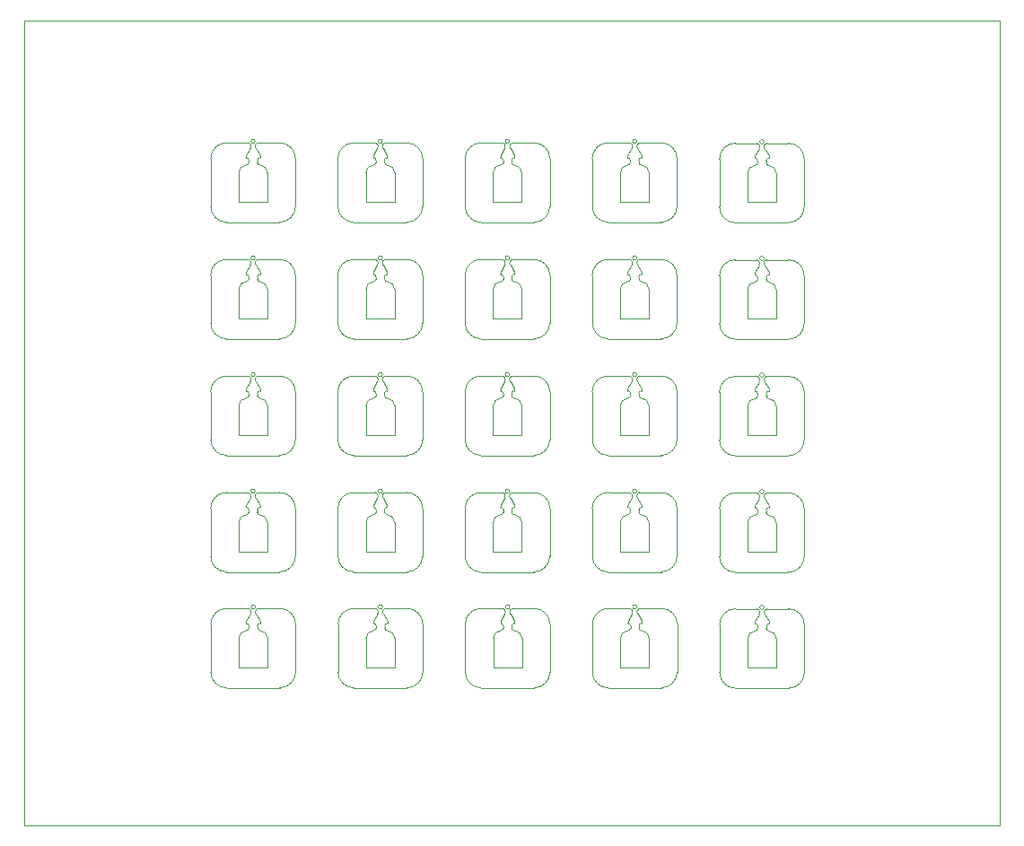
<source format=gm1>
%TF.GenerationSoftware,KiCad,Pcbnew,(6.0.0)*%
%TF.CreationDate,2022-12-07T10:36:55-05:00*%
%TF.ProjectId,onix-coax-adapter-xfl-a_panel,6f6e6978-2d63-46f6-9178-2d6164617074,A*%
%TF.SameCoordinates,Original*%
%TF.FileFunction,Profile,NP*%
%FSLAX46Y46*%
G04 Gerber Fmt 4.6, Leading zero omitted, Abs format (unit mm)*
G04 Created by KiCad (PCBNEW (6.0.0)) date 2022-12-07 10:36:55*
%MOMM*%
%LPD*%
G01*
G04 APERTURE LIST*
%TA.AperFunction,Profile*%
%ADD10C,0.050000*%
%TD*%
G04 APERTURE END LIST*
D10*
X157396000Y-64232000D02*
X157396000Y-66984081D01*
X194946000Y-94764081D02*
G75*
G03*
X195019223Y-94940856I249996J0D01*
G01*
X197260659Y-105350000D02*
X195210000Y-105352081D01*
X156260659Y-112850000D02*
X161260659Y-112850000D01*
X170472777Y-61940856D02*
X170096000Y-62564081D01*
X206096000Y-96552082D02*
G75*
G03*
X205396000Y-97270000I18126J-717897D01*
G01*
X182560000Y-105702081D02*
G75*
G03*
X182310000Y-105352081I-369998J1D01*
G01*
X205396000Y-78022081D02*
X208096000Y-78022081D01*
X171196000Y-61414081D02*
G75*
G03*
X170946000Y-61764081I120002J-350001D01*
G01*
X168246659Y-61412000D02*
G75*
G03*
X166746659Y-62912000I1J-1500001D01*
G01*
X193396000Y-88984081D02*
X196096000Y-88984081D01*
X183396000Y-95814081D02*
G75*
G03*
X183146000Y-96064081I-1J-249999D01*
G01*
X197246659Y-90912000D02*
G75*
G03*
X198746659Y-89412000I-1J1500001D01*
G01*
X158096000Y-63514082D02*
G75*
G03*
X157396000Y-64232000I18126J-717897D01*
G01*
X183410000Y-106752081D02*
X183410000Y-106502081D01*
X190760659Y-111350000D02*
G75*
G03*
X192260659Y-112850000I1500001J1D01*
G01*
X195196000Y-83414081D02*
G75*
G03*
X194946000Y-83764081I120002J-350001D01*
G01*
X193396000Y-77984081D02*
X196096000Y-77984081D01*
X170472777Y-83940856D02*
X170096000Y-84564081D01*
X160096000Y-99984081D02*
X160096000Y-97232000D01*
X157396000Y-77984081D02*
X160096000Y-77984081D01*
X202746659Y-84950000D02*
X202746659Y-89450000D01*
X173246659Y-72412000D02*
X171196000Y-72414081D01*
X184095999Y-64232000D02*
G75*
G03*
X183396000Y-63514081I-718149J-1D01*
G01*
X206346000Y-74102081D02*
X206346000Y-74302081D01*
X206110000Y-107490082D02*
G75*
G03*
X205410000Y-108208000I18126J-717897D01*
G01*
X197246659Y-72412000D02*
X195196000Y-72414081D01*
X194096000Y-62564081D02*
X194096000Y-62814081D01*
X158946000Y-94284081D02*
G75*
G03*
X158946000Y-94284081I-200000J0D01*
G01*
X178746659Y-84912000D02*
X178746659Y-89412000D01*
X198746659Y-84912000D02*
G75*
G03*
X197246659Y-83412000I-1500001J-1D01*
G01*
X162760659Y-111350000D02*
X162760659Y-106850000D01*
X183396000Y-62814081D02*
X183396000Y-62564081D01*
X158472777Y-83940856D02*
X158096000Y-84564081D01*
X183396000Y-95564081D02*
X183019223Y-94940856D01*
X174746659Y-95912000D02*
G75*
G03*
X173246659Y-94412000I-1500001J-1D01*
G01*
X198746659Y-78412000D02*
X198746659Y-73912000D01*
X182296000Y-83414081D02*
X180246659Y-83412000D01*
X182310000Y-105352081D02*
X180260659Y-105350000D01*
X160109999Y-108170000D02*
G75*
G03*
X159410000Y-107452081I-718149J-1D01*
G01*
X197246659Y-79912000D02*
G75*
G03*
X198746659Y-78412000I-1J1500001D01*
G01*
X184095999Y-97232000D02*
G75*
G03*
X183396000Y-96514081I-718149J-1D01*
G01*
X159410000Y-106752081D02*
G75*
G03*
X159160000Y-107002081I-1J-249999D01*
G01*
X168246659Y-83412000D02*
G75*
G03*
X166746659Y-84912000I1J-1500001D01*
G01*
X169396000Y-97232000D02*
X169396000Y-99984081D01*
X160095999Y-75232000D02*
G75*
G03*
X159396000Y-74514081I-718149J-1D01*
G01*
X162746659Y-84912000D02*
G75*
G03*
X161246659Y-83412000I-1500001J-1D01*
G01*
X178746659Y-78412000D02*
G75*
G03*
X180246659Y-79912000I1500001J1D01*
G01*
X205396000Y-75270000D02*
X205396000Y-78022081D01*
X182486777Y-105878856D02*
X182110000Y-106502081D01*
X192246659Y-72412000D02*
G75*
G03*
X190746659Y-73912000I1J-1500001D01*
G01*
X182346000Y-74064081D02*
X182346000Y-74264081D01*
X170946000Y-72284081D02*
G75*
G03*
X170946000Y-72284081I-200000J0D01*
G01*
X183196000Y-72414081D02*
G75*
G03*
X182946000Y-72764081I120002J-350001D01*
G01*
X206096000Y-95602081D02*
X206096000Y-95852081D01*
X209246659Y-101950000D02*
G75*
G03*
X210746659Y-100450000I-1J1500001D01*
G01*
X205396000Y-67022081D02*
X208096000Y-67022081D01*
X170096000Y-73564081D02*
X170096000Y-73814081D01*
X159396000Y-95564081D02*
X159019223Y-94940856D01*
X154746659Y-62912000D02*
X154746659Y-67412000D01*
X154746659Y-78412000D02*
G75*
G03*
X156246659Y-79912000I1500001J1D01*
G01*
X182360000Y-107002081D02*
X182360000Y-107202081D01*
X156260659Y-105350000D02*
G75*
G03*
X154760659Y-106850000I1J-1500001D01*
G01*
X170546000Y-83764081D02*
G75*
G03*
X170296000Y-83414081I-369998J1D01*
G01*
X184095999Y-75232000D02*
G75*
G03*
X183396000Y-74514081I-718149J-1D01*
G01*
X209246659Y-61450000D02*
X207196000Y-61452081D01*
X171396000Y-84814081D02*
G75*
G03*
X171146000Y-85064081I-1J-249999D01*
G01*
X159396000Y-73564081D02*
X159019223Y-72940856D01*
X157396000Y-99984081D02*
X160096000Y-99984081D01*
X184096000Y-77984081D02*
X184096000Y-75232000D01*
X207146000Y-63302081D02*
G75*
G03*
X207396000Y-63552081I249999J-1D01*
G01*
X170346000Y-85064081D02*
G75*
G03*
X170096000Y-84814081I-249999J1D01*
G01*
X206946000Y-83802081D02*
G75*
G03*
X207019223Y-83978856I249996J0D01*
G01*
X181396000Y-64232000D02*
X181396000Y-66984081D01*
X170096000Y-74514082D02*
G75*
G03*
X169396000Y-75232000I18126J-717897D01*
G01*
X168246659Y-68912000D02*
X173246659Y-68912000D01*
X204246659Y-90950000D02*
X209246659Y-90950000D01*
X194360000Y-107002081D02*
X194360000Y-107202081D01*
X159410000Y-106752081D02*
X159410000Y-106502081D01*
X182096000Y-85514081D02*
G75*
G03*
X182346000Y-85264081I1J249999D01*
G01*
X194472777Y-94940856D02*
X194096000Y-95564081D01*
X171146000Y-85264081D02*
X171146000Y-85064081D01*
X180246659Y-101912000D02*
X185246659Y-101912000D01*
X195396000Y-84814081D02*
X195396000Y-84564081D01*
X173246659Y-79912000D02*
G75*
G03*
X174746659Y-78412000I-1J1500001D01*
G01*
X202760659Y-106888000D02*
X202760659Y-111388000D01*
X158110000Y-107452081D02*
G75*
G03*
X158360000Y-107202081I1J249999D01*
G01*
X194560000Y-105702081D02*
G75*
G03*
X194310000Y-105352081I-369998J1D01*
G01*
X182096000Y-95564081D02*
X182096000Y-95814081D01*
X194096000Y-85514081D02*
G75*
G03*
X194346000Y-85264081I1J249999D01*
G01*
X195396000Y-95814081D02*
G75*
G03*
X195146000Y-96064081I-1J-249999D01*
G01*
X206360000Y-107040081D02*
X206360000Y-107240081D01*
X174746659Y-84912000D02*
G75*
G03*
X173246659Y-83412000I-1500001J-1D01*
G01*
X194346000Y-74064081D02*
G75*
G03*
X194096000Y-73814081I-249999J1D01*
G01*
X195396000Y-62814081D02*
G75*
G03*
X195146000Y-63064081I-1J-249999D01*
G01*
X183146000Y-63264081D02*
G75*
G03*
X183396000Y-63514081I249999J-1D01*
G01*
X205396000Y-97270000D02*
X205396000Y-100022081D01*
X195396000Y-95814081D02*
X195396000Y-95564081D01*
X195146000Y-74264081D02*
X195146000Y-74064081D01*
X161260659Y-105350000D02*
X159210000Y-105352081D01*
X195396000Y-73564081D02*
X195019223Y-72940856D01*
X195160000Y-107202081D02*
X195160000Y-107002081D01*
X194946000Y-72764081D02*
G75*
G03*
X195019223Y-72940856I249996J0D01*
G01*
X171146000Y-96264081D02*
X171146000Y-96064081D01*
X198746659Y-62912000D02*
G75*
G03*
X197246659Y-61412000I-1500001J-1D01*
G01*
X178746659Y-73912000D02*
X178746659Y-78412000D01*
X210746659Y-78450000D02*
X210746659Y-73950000D01*
X183146000Y-74264081D02*
G75*
G03*
X183396000Y-74514081I249999J-1D01*
G01*
X206486777Y-105916856D02*
G75*
G03*
X206560000Y-105740081I-176773J176775D01*
G01*
X170472777Y-61940856D02*
G75*
G03*
X170546000Y-61764081I-176773J176775D01*
G01*
X158346000Y-96064081D02*
X158346000Y-96264081D01*
X194960000Y-105222081D02*
G75*
G03*
X194960000Y-105222081I-200000J0D01*
G01*
X180246659Y-61412000D02*
G75*
G03*
X178746659Y-62912000I1J-1500001D01*
G01*
X170946000Y-72764081D02*
G75*
G03*
X171019223Y-72940856I249996J0D01*
G01*
X169396000Y-88984081D02*
X172096000Y-88984081D01*
X158096000Y-95564081D02*
X158096000Y-95814081D01*
X160096000Y-66984081D02*
X160096000Y-64232000D01*
X202746659Y-73950000D02*
X202746659Y-78450000D01*
X161260659Y-112850000D02*
G75*
G03*
X162760659Y-111350000I-1J1500001D01*
G01*
X190746659Y-67412000D02*
G75*
G03*
X192246659Y-68912000I1500001J1D01*
G01*
X171210000Y-105352081D02*
G75*
G03*
X170960000Y-105702081I120002J-350001D01*
G01*
X137200000Y-49850000D02*
X229200000Y-49850000D01*
X229200000Y-49850000D02*
X229200000Y-125850000D01*
X229200000Y-125850000D02*
X137200000Y-125850000D01*
X137200000Y-125850000D02*
X137200000Y-49850000D01*
X183396000Y-62564081D02*
X183019223Y-61940856D01*
X169396000Y-66984081D02*
X172096000Y-66984081D01*
X156246659Y-79912000D02*
X161246659Y-79912000D01*
X169396000Y-86232000D02*
X169396000Y-88984081D01*
X207146000Y-85302081D02*
X207146000Y-85102081D01*
X170296000Y-94414081D02*
X168246659Y-94412000D01*
X158296000Y-83414081D02*
X156246659Y-83412000D01*
X204246659Y-83450000D02*
G75*
G03*
X202746659Y-84950000I1J-1500001D01*
G01*
X186746659Y-100412000D02*
X186746659Y-95912000D01*
X207396000Y-84602081D02*
X207019223Y-83978856D01*
X162746659Y-95912000D02*
G75*
G03*
X161246659Y-94412000I-1500001J-1D01*
G01*
X158296000Y-72414081D02*
X156246659Y-72412000D01*
X207396000Y-73852081D02*
X207396000Y-73602081D01*
X158096000Y-62564081D02*
X158096000Y-62814081D01*
X156246659Y-94412000D02*
G75*
G03*
X154746659Y-95912000I1J-1500001D01*
G01*
X195410000Y-106752081D02*
X195410000Y-106502081D01*
X159396000Y-84814081D02*
G75*
G03*
X159146000Y-85064081I-1J-249999D01*
G01*
X210746659Y-62950000D02*
G75*
G03*
X209246659Y-61450000I-1500001J-1D01*
G01*
X190746659Y-84912000D02*
X190746659Y-89412000D01*
X174746659Y-78412000D02*
X174746659Y-73912000D01*
X173246659Y-94412000D02*
X171196000Y-94414081D01*
X158346000Y-96064081D02*
G75*
G03*
X158096000Y-95814081I-249999J1D01*
G01*
X158096000Y-63514081D02*
G75*
G03*
X158346000Y-63264081I1J249999D01*
G01*
X209246659Y-79950000D02*
G75*
G03*
X210746659Y-78450000I-1J1500001D01*
G01*
X206110000Y-106540081D02*
X206110000Y-106790081D01*
X210746659Y-84950000D02*
G75*
G03*
X209246659Y-83450000I-1500001J-1D01*
G01*
X170096000Y-95564081D02*
X170096000Y-95814081D01*
X174746659Y-67412000D02*
X174746659Y-62912000D01*
X170346000Y-96064081D02*
X170346000Y-96264081D01*
X183146000Y-74264081D02*
X183146000Y-74064081D01*
X206472777Y-83978856D02*
G75*
G03*
X206546000Y-83802081I-176773J176775D01*
G01*
X154746659Y-100412000D02*
G75*
G03*
X156246659Y-101912000I1500001J1D01*
G01*
X170472777Y-72940856D02*
G75*
G03*
X170546000Y-72764081I-176773J176775D01*
G01*
X206960000Y-105740081D02*
G75*
G03*
X207033223Y-105916856I249996J0D01*
G01*
X196096000Y-77984081D02*
X196096000Y-75232000D01*
X195196000Y-72414081D02*
G75*
G03*
X194946000Y-72764081I120002J-350001D01*
G01*
X194310000Y-105352081D02*
X192260659Y-105350000D01*
X156246659Y-83412000D02*
G75*
G03*
X154746659Y-84912000I1J-1500001D01*
G01*
X158110000Y-107452082D02*
G75*
G03*
X157410000Y-108170000I18126J-717897D01*
G01*
X196095999Y-75232000D02*
G75*
G03*
X195396000Y-74514081I-718149J-1D01*
G01*
X210746659Y-89450000D02*
X210746659Y-84950000D01*
X158346000Y-85064081D02*
G75*
G03*
X158096000Y-84814081I-249999J1D01*
G01*
X180260659Y-112850000D02*
X185260659Y-112850000D01*
X160096000Y-77984081D02*
X160096000Y-75232000D01*
X194346000Y-85064081D02*
X194346000Y-85264081D01*
X194486777Y-105878856D02*
X194110000Y-106502081D01*
X170946000Y-61764081D02*
G75*
G03*
X171019223Y-61940856I249996J0D01*
G01*
X192246659Y-79912000D02*
X197246659Y-79912000D01*
X181396000Y-99984081D02*
X184096000Y-99984081D01*
X195146000Y-74264081D02*
G75*
G03*
X195396000Y-74514081I249999J-1D01*
G01*
X193396000Y-64232000D02*
X193396000Y-66984081D01*
X169396000Y-99984081D02*
X172096000Y-99984081D01*
X170472777Y-94940856D02*
G75*
G03*
X170546000Y-94764081I-176773J176775D01*
G01*
X169396000Y-77984081D02*
X172096000Y-77984081D01*
X196096000Y-99984081D02*
X196096000Y-97232000D01*
X209246659Y-90950000D02*
G75*
G03*
X210746659Y-89450000I-1J1500001D01*
G01*
X159210000Y-105352081D02*
G75*
G03*
X158960000Y-105702081I120002J-350001D01*
G01*
X157396000Y-97232000D02*
X157396000Y-99984081D01*
X158946000Y-94764081D02*
G75*
G03*
X159019223Y-94940856I249996J0D01*
G01*
X194110000Y-107452082D02*
G75*
G03*
X193410000Y-108170000I18126J-717897D01*
G01*
X159396000Y-95814081D02*
X159396000Y-95564081D01*
X156246659Y-61412000D02*
G75*
G03*
X154746659Y-62912000I1J-1500001D01*
G01*
X159410000Y-106502081D02*
X159033223Y-105878856D01*
X170310000Y-105352081D02*
X168260659Y-105350000D01*
X206472777Y-94978856D02*
G75*
G03*
X206546000Y-94802081I-176773J176775D01*
G01*
X206546000Y-61802081D02*
G75*
G03*
X206296000Y-61452081I-369998J1D01*
G01*
X206096000Y-73602081D02*
X206096000Y-73852081D01*
X159396000Y-62814081D02*
G75*
G03*
X159146000Y-63064081I-1J-249999D01*
G01*
X166746659Y-73912000D02*
X166746659Y-78412000D01*
X196096000Y-88984081D02*
X196096000Y-86232000D01*
X194346000Y-96064081D02*
G75*
G03*
X194096000Y-95814081I-249999J1D01*
G01*
X204246659Y-79950000D02*
X209246659Y-79950000D01*
X158472777Y-61940856D02*
G75*
G03*
X158546000Y-61764081I-176773J176775D01*
G01*
X194096000Y-85514082D02*
G75*
G03*
X193396000Y-86232000I18126J-717897D01*
G01*
X170296000Y-83414081D02*
X168246659Y-83412000D01*
X206960000Y-105260081D02*
G75*
G03*
X206960000Y-105260081I-200000J0D01*
G01*
X210746659Y-73950000D02*
G75*
G03*
X209246659Y-72450000I-1500001J-1D01*
G01*
X185260659Y-105350000D02*
X183210000Y-105352081D01*
X157396000Y-75232000D02*
X157396000Y-77984081D01*
X158296000Y-61414081D02*
X156246659Y-61412000D01*
X194110000Y-107452081D02*
G75*
G03*
X194360000Y-107202081I1J249999D01*
G01*
X184095999Y-86232000D02*
G75*
G03*
X183396000Y-85514081I-718149J-1D01*
G01*
X182946000Y-94284081D02*
G75*
G03*
X182946000Y-94284081I-200000J0D01*
G01*
X202746659Y-67450000D02*
G75*
G03*
X204246659Y-68950000I1500001J1D01*
G01*
X172109999Y-108170000D02*
G75*
G03*
X171410000Y-107452081I-718149J-1D01*
G01*
X192246659Y-94412000D02*
G75*
G03*
X190746659Y-95912000I1J-1500001D01*
G01*
X204246659Y-61450000D02*
G75*
G03*
X202746659Y-62950000I1J-1500001D01*
G01*
X207396000Y-73852081D02*
G75*
G03*
X207146000Y-74102081I-1J-249999D01*
G01*
X158472777Y-94940856D02*
X158096000Y-95564081D01*
X194096000Y-74514082D02*
G75*
G03*
X193396000Y-75232000I18126J-717897D01*
G01*
X198760659Y-106850000D02*
G75*
G03*
X197260659Y-105350000I-1500001J-1D01*
G01*
X172096000Y-66984081D02*
X172096000Y-64232000D01*
X206472777Y-72978856D02*
G75*
G03*
X206546000Y-72802081I-176773J176775D01*
G01*
X182346000Y-85064081D02*
X182346000Y-85264081D01*
X168260659Y-105350000D02*
G75*
G03*
X166760659Y-106850000I1J-1500001D01*
G01*
X182346000Y-63064081D02*
G75*
G03*
X182096000Y-62814081I-249999J1D01*
G01*
X154746659Y-84912000D02*
X154746659Y-89412000D01*
X170096000Y-84564081D02*
X170096000Y-84814081D01*
X182096000Y-96514082D02*
G75*
G03*
X181396000Y-97232000I18126J-717897D01*
G01*
X158560000Y-105702081D02*
G75*
G03*
X158310000Y-105352081I-369998J1D01*
G01*
X206346000Y-85102081D02*
X206346000Y-85302081D01*
X158096000Y-73564081D02*
X158096000Y-73814081D01*
X210760659Y-106888000D02*
G75*
G03*
X209260659Y-105388000I-1500001J-1D01*
G01*
X194110000Y-106502081D02*
X194110000Y-106752081D01*
X183160000Y-107202081D02*
G75*
G03*
X183410000Y-107452081I249999J-1D01*
G01*
X206360000Y-107040081D02*
G75*
G03*
X206110000Y-106790081I-249999J1D01*
G01*
X208096000Y-67022081D02*
X208096000Y-64270000D01*
X207160000Y-107240081D02*
X207160000Y-107040081D01*
X156246659Y-101912000D02*
X161246659Y-101912000D01*
X204246659Y-68950000D02*
X209246659Y-68950000D01*
X206096000Y-63552082D02*
G75*
G03*
X205396000Y-64270000I18126J-717897D01*
G01*
X162746659Y-67412000D02*
X162746659Y-62912000D01*
X207146000Y-74302081D02*
G75*
G03*
X207396000Y-74552081I249999J-1D01*
G01*
X171196000Y-72414081D02*
G75*
G03*
X170946000Y-72764081I120002J-350001D01*
G01*
X172095999Y-64232000D02*
G75*
G03*
X171396000Y-63514081I-718149J-1D01*
G01*
X186746659Y-95912000D02*
G75*
G03*
X185246659Y-94412000I-1500001J-1D01*
G01*
X171396000Y-73564081D02*
X171019223Y-72940856D01*
X195410000Y-106502081D02*
X195033223Y-105878856D01*
X171396000Y-62814081D02*
X171396000Y-62564081D01*
X182096000Y-63514082D02*
G75*
G03*
X181396000Y-64232000I18126J-717897D01*
G01*
X206472777Y-61978856D02*
G75*
G03*
X206546000Y-61802081I-176773J176775D01*
G01*
X209246659Y-72450000D02*
X207196000Y-72452081D01*
X170096000Y-74514081D02*
G75*
G03*
X170346000Y-74264081I1J249999D01*
G01*
X160095999Y-86232000D02*
G75*
G03*
X159396000Y-85514081I-718149J-1D01*
G01*
X170486777Y-105878856D02*
X170110000Y-106502081D01*
X158486777Y-105878856D02*
G75*
G03*
X158560000Y-105702081I-176773J176775D01*
G01*
X171146000Y-74264081D02*
G75*
G03*
X171396000Y-74514081I249999J-1D01*
G01*
X161246659Y-94412000D02*
X159196000Y-94414081D01*
X157396000Y-66984081D02*
X160096000Y-66984081D01*
X195210000Y-105352081D02*
G75*
G03*
X194960000Y-105702081I120002J-350001D01*
G01*
X182472777Y-72940856D02*
X182096000Y-73564081D01*
X181410000Y-108170000D02*
X181410000Y-110922081D01*
X171146000Y-96264081D02*
G75*
G03*
X171396000Y-96514081I249999J-1D01*
G01*
X206346000Y-63102081D02*
X206346000Y-63302081D01*
X182472777Y-83940856D02*
X182096000Y-84564081D01*
X170472777Y-94940856D02*
X170096000Y-95564081D01*
X180246659Y-94412000D02*
G75*
G03*
X178746659Y-95912000I1J-1500001D01*
G01*
X193396000Y-75232000D02*
X193396000Y-77984081D01*
X192260659Y-105350000D02*
G75*
G03*
X190760659Y-106850000I1J-1500001D01*
G01*
X170486777Y-105878856D02*
G75*
G03*
X170560000Y-105702081I-176773J176775D01*
G01*
X209246659Y-94450000D02*
X207196000Y-94452081D01*
X195146000Y-85264081D02*
X195146000Y-85064081D01*
X166760659Y-111350000D02*
G75*
G03*
X168260659Y-112850000I1500001J1D01*
G01*
X186760659Y-111350000D02*
X186760659Y-106850000D01*
X182110000Y-107452082D02*
G75*
G03*
X181410000Y-108170000I18126J-717897D01*
G01*
X206296000Y-61452081D02*
X204246659Y-61450000D01*
X158472777Y-94940856D02*
G75*
G03*
X158546000Y-94764081I-176773J176775D01*
G01*
X182946000Y-72764081D02*
G75*
G03*
X183019223Y-72940856I249996J0D01*
G01*
X182346000Y-96064081D02*
G75*
G03*
X182096000Y-95814081I-249999J1D01*
G01*
X171196000Y-94414081D02*
G75*
G03*
X170946000Y-94764081I120002J-350001D01*
G01*
X195396000Y-62814081D02*
X195396000Y-62564081D01*
X182946000Y-83764081D02*
G75*
G03*
X183019223Y-83940856I249996J0D01*
G01*
X206546000Y-72802081D02*
G75*
G03*
X206296000Y-72452081I-369998J1D01*
G01*
X183396000Y-95814081D02*
X183396000Y-95564081D01*
X190746659Y-62912000D02*
X190746659Y-67412000D01*
X159396000Y-73814081D02*
G75*
G03*
X159146000Y-74064081I-1J-249999D01*
G01*
X195396000Y-73814081D02*
G75*
G03*
X195146000Y-74064081I-1J-249999D01*
G01*
X181396000Y-77984081D02*
X184096000Y-77984081D01*
X159146000Y-63264081D02*
X159146000Y-63064081D01*
X183396000Y-73814081D02*
X183396000Y-73564081D01*
X206346000Y-85102081D02*
G75*
G03*
X206096000Y-84852081I-249999J1D01*
G01*
X198746659Y-67412000D02*
X198746659Y-62912000D01*
X195160000Y-107202081D02*
G75*
G03*
X195410000Y-107452081I249999J-1D01*
G01*
X162760659Y-106850000D02*
G75*
G03*
X161260659Y-105350000I-1500001J-1D01*
G01*
X171410000Y-106752081D02*
X171410000Y-106502081D01*
X171160000Y-107202081D02*
G75*
G03*
X171410000Y-107452081I249999J-1D01*
G01*
X194946000Y-94284081D02*
G75*
G03*
X194946000Y-94284081I-200000J0D01*
G01*
X194472777Y-94940856D02*
G75*
G03*
X194546000Y-94764081I-176773J176775D01*
G01*
X185246659Y-83412000D02*
X183196000Y-83414081D01*
X170110000Y-107452081D02*
G75*
G03*
X170360000Y-107202081I1J249999D01*
G01*
X183146000Y-63264081D02*
X183146000Y-63064081D01*
X166746659Y-78412000D02*
G75*
G03*
X168246659Y-79912000I1500001J1D01*
G01*
X183146000Y-85264081D02*
G75*
G03*
X183396000Y-85514081I249999J-1D01*
G01*
X192246659Y-90912000D02*
X197246659Y-90912000D01*
X194346000Y-63064081D02*
G75*
G03*
X194096000Y-62814081I-249999J1D01*
G01*
X170110000Y-106502081D02*
X170110000Y-106752081D01*
X173246659Y-101912000D02*
G75*
G03*
X174746659Y-100412000I-1J1500001D01*
G01*
X206946000Y-83322081D02*
G75*
G03*
X206946000Y-83322081I-200000J0D01*
G01*
X182096000Y-62564081D02*
X182096000Y-62814081D01*
X180246659Y-68912000D02*
X185246659Y-68912000D01*
X194472777Y-61940856D02*
X194096000Y-62564081D01*
X195146000Y-63264081D02*
G75*
G03*
X195396000Y-63514081I249999J-1D01*
G01*
X195396000Y-84814081D02*
G75*
G03*
X195146000Y-85064081I-1J-249999D01*
G01*
X186746659Y-73912000D02*
G75*
G03*
X185246659Y-72412000I-1500001J-1D01*
G01*
X161246659Y-83412000D02*
X159196000Y-83414081D01*
X170946000Y-61284081D02*
G75*
G03*
X170946000Y-61284081I-200000J0D01*
G01*
X206096000Y-85552081D02*
G75*
G03*
X206346000Y-85302081I1J249999D01*
G01*
X162746659Y-89412000D02*
X162746659Y-84912000D01*
X171146000Y-63264081D02*
G75*
G03*
X171396000Y-63514081I249999J-1D01*
G01*
X209246659Y-83450000D02*
X207196000Y-83452081D01*
X194946000Y-83764081D02*
G75*
G03*
X195019223Y-83940856I249996J0D01*
G01*
X194096000Y-96514082D02*
G75*
G03*
X193396000Y-97232000I18126J-717897D01*
G01*
X206296000Y-94452081D02*
X204246659Y-94450000D01*
X157410000Y-108170000D02*
X157410000Y-110922081D01*
X161246659Y-101912000D02*
G75*
G03*
X162746659Y-100412000I-1J1500001D01*
G01*
X158310000Y-105352081D02*
X156260659Y-105350000D01*
X182360000Y-107002081D02*
G75*
G03*
X182110000Y-106752081I-249999J1D01*
G01*
X159160000Y-107202081D02*
X159160000Y-107002081D01*
X197246659Y-83412000D02*
X195196000Y-83414081D01*
X184096000Y-99984081D02*
X184096000Y-97232000D01*
X159146000Y-96264081D02*
X159146000Y-96064081D01*
X207196000Y-94452081D02*
G75*
G03*
X206946000Y-94802081I120002J-350001D01*
G01*
X182096000Y-73564081D02*
X182096000Y-73814081D01*
X195410000Y-106752081D02*
G75*
G03*
X195160000Y-107002081I-1J-249999D01*
G01*
X206472777Y-83978856D02*
X206096000Y-84602081D01*
X168260659Y-112850000D02*
X173260659Y-112850000D01*
X184110000Y-110922081D02*
X184110000Y-108170000D01*
X158946000Y-83284081D02*
G75*
G03*
X158946000Y-83284081I-200000J0D01*
G01*
X196110000Y-110922081D02*
X196110000Y-108170000D01*
X171396000Y-95564081D02*
X171019223Y-94940856D01*
X182546000Y-94764081D02*
G75*
G03*
X182296000Y-94414081I-369998J1D01*
G01*
X206946000Y-61322081D02*
G75*
G03*
X206946000Y-61322081I-200000J0D01*
G01*
X183410000Y-106502081D02*
X183033223Y-105878856D01*
X182096000Y-96514081D02*
G75*
G03*
X182346000Y-96264081I1J249999D01*
G01*
X202746659Y-100450000D02*
G75*
G03*
X204246659Y-101950000I1500001J1D01*
G01*
X207396000Y-62852081D02*
X207396000Y-62602081D01*
X194546000Y-72764081D02*
G75*
G03*
X194296000Y-72414081I-369998J1D01*
G01*
X194360000Y-107002081D02*
G75*
G03*
X194110000Y-106752081I-249999J1D01*
G01*
X197246659Y-68912000D02*
G75*
G03*
X198746659Y-67412000I-1J1500001D01*
G01*
X204246659Y-72450000D02*
G75*
G03*
X202746659Y-73950000I1J-1500001D01*
G01*
X161246659Y-90912000D02*
G75*
G03*
X162746659Y-89412000I-1J1500001D01*
G01*
X206946000Y-61802081D02*
G75*
G03*
X207019223Y-61978856I249996J0D01*
G01*
X194096000Y-63514081D02*
G75*
G03*
X194346000Y-63264081I1J249999D01*
G01*
X154760659Y-106850000D02*
X154760659Y-111350000D01*
X154746659Y-73912000D02*
X154746659Y-78412000D01*
X206346000Y-63102081D02*
G75*
G03*
X206096000Y-62852081I-249999J1D01*
G01*
X210746659Y-95950000D02*
G75*
G03*
X209246659Y-94450000I-1500001J-1D01*
G01*
X158296000Y-94414081D02*
X156246659Y-94412000D01*
X160110000Y-110922081D02*
X160110000Y-108170000D01*
X207196000Y-83452081D02*
G75*
G03*
X206946000Y-83802081I120002J-350001D01*
G01*
X184109999Y-108170000D02*
G75*
G03*
X183410000Y-107452081I-718149J-1D01*
G01*
X170096000Y-96514081D02*
G75*
G03*
X170346000Y-96264081I1J249999D01*
G01*
X190760659Y-106850000D02*
X190760659Y-111350000D01*
X158110000Y-106502081D02*
X158110000Y-106752081D01*
X207146000Y-63302081D02*
X207146000Y-63102081D01*
X183396000Y-84814081D02*
G75*
G03*
X183146000Y-85064081I-1J-249999D01*
G01*
X204246659Y-101950000D02*
X209246659Y-101950000D01*
X210760659Y-111388000D02*
X210760659Y-106888000D01*
X205410000Y-108208000D02*
X205410000Y-110960081D01*
X178746659Y-62912000D02*
X178746659Y-67412000D01*
X202760659Y-111388000D02*
G75*
G03*
X204260659Y-112888000I1500001J1D01*
G01*
X171396000Y-95814081D02*
G75*
G03*
X171146000Y-96064081I-1J-249999D01*
G01*
X204246659Y-94450000D02*
G75*
G03*
X202746659Y-95950000I1J-1500001D01*
G01*
X162746659Y-100412000D02*
X162746659Y-95912000D01*
X174746659Y-62912000D02*
G75*
G03*
X173246659Y-61412000I-1500001J-1D01*
G01*
X208096000Y-89022081D02*
X208096000Y-86270000D01*
X194946000Y-83284081D02*
G75*
G03*
X194946000Y-83284081I-200000J0D01*
G01*
X166746659Y-67412000D02*
G75*
G03*
X168246659Y-68912000I1500001J1D01*
G01*
X207396000Y-84852081D02*
G75*
G03*
X207146000Y-85102081I-1J-249999D01*
G01*
X170946000Y-83284081D02*
G75*
G03*
X170946000Y-83284081I-200000J0D01*
G01*
X207160000Y-107240081D02*
G75*
G03*
X207410000Y-107490081I249999J-1D01*
G01*
X182472777Y-83940856D02*
G75*
G03*
X182546000Y-83764081I-176773J176775D01*
G01*
X186746659Y-89412000D02*
X186746659Y-84912000D01*
X162746659Y-62912000D02*
G75*
G03*
X161246659Y-61412000I-1500001J-1D01*
G01*
X186746659Y-67412000D02*
X186746659Y-62912000D01*
X182960000Y-105702081D02*
G75*
G03*
X183033223Y-105878856I249996J0D01*
G01*
X182096000Y-63514081D02*
G75*
G03*
X182346000Y-63264081I1J249999D01*
G01*
X160095999Y-97232000D02*
G75*
G03*
X159396000Y-96514081I-718149J-1D01*
G01*
X195396000Y-62564081D02*
X195019223Y-61940856D01*
X158346000Y-74064081D02*
X158346000Y-74264081D01*
X159396000Y-62564081D02*
X159019223Y-61940856D01*
X182296000Y-72414081D02*
X180246659Y-72412000D01*
X166746659Y-62912000D02*
X166746659Y-67412000D01*
X170946000Y-94764081D02*
G75*
G03*
X171019223Y-94940856I249996J0D01*
G01*
X158960000Y-105222081D02*
G75*
G03*
X158960000Y-105222081I-200000J0D01*
G01*
X157396000Y-88984081D02*
X160096000Y-88984081D01*
X185260659Y-112850000D02*
G75*
G03*
X186760659Y-111350000I-1J1500001D01*
G01*
X182946000Y-94764081D02*
G75*
G03*
X183019223Y-94940856I249996J0D01*
G01*
X182960000Y-105222081D02*
G75*
G03*
X182960000Y-105222081I-200000J0D01*
G01*
X185246659Y-79912000D02*
G75*
G03*
X186746659Y-78412000I-1J1500001D01*
G01*
X207410000Y-106790081D02*
X207410000Y-106540081D01*
X195146000Y-63264081D02*
X195146000Y-63064081D01*
X160096000Y-88984081D02*
X160096000Y-86232000D01*
X194472777Y-61940856D02*
G75*
G03*
X194546000Y-61764081I-176773J176775D01*
G01*
X172095999Y-86232000D02*
G75*
G03*
X171396000Y-85514081I-718149J-1D01*
G01*
X207146000Y-74302081D02*
X207146000Y-74102081D01*
X207196000Y-61452081D02*
G75*
G03*
X206946000Y-61802081I120002J-350001D01*
G01*
X185246659Y-94412000D02*
X183196000Y-94414081D01*
X194296000Y-83414081D02*
X192246659Y-83412000D01*
X157410000Y-110922081D02*
X160110000Y-110922081D01*
X182546000Y-72764081D02*
G75*
G03*
X182296000Y-72414081I-369998J1D01*
G01*
X159146000Y-74264081D02*
G75*
G03*
X159396000Y-74514081I249999J-1D01*
G01*
X181396000Y-75232000D02*
X181396000Y-77984081D01*
X158946000Y-61284081D02*
G75*
G03*
X158946000Y-61284081I-200000J0D01*
G01*
X183146000Y-85264081D02*
X183146000Y-85064081D01*
X183196000Y-61414081D02*
G75*
G03*
X182946000Y-61764081I120002J-350001D01*
G01*
X182346000Y-63064081D02*
X182346000Y-63264081D01*
X194346000Y-74064081D02*
X194346000Y-74264081D01*
X171396000Y-62814081D02*
G75*
G03*
X171146000Y-63064081I-1J-249999D01*
G01*
X193396000Y-97232000D02*
X193396000Y-99984081D01*
X161246659Y-61412000D02*
X159196000Y-61414081D01*
X186746659Y-62912000D02*
G75*
G03*
X185246659Y-61412000I-1500001J-1D01*
G01*
X182096000Y-74514081D02*
G75*
G03*
X182346000Y-74264081I1J249999D01*
G01*
X193396000Y-66984081D02*
X196096000Y-66984081D01*
X194096000Y-96514081D02*
G75*
G03*
X194346000Y-96264081I1J249999D01*
G01*
X194546000Y-94764081D02*
G75*
G03*
X194296000Y-94414081I-369998J1D01*
G01*
X205396000Y-64270000D02*
X205396000Y-67022081D01*
X159396000Y-84814081D02*
X159396000Y-84564081D01*
X208110000Y-110960081D02*
X208110000Y-108208000D01*
X171196000Y-83414081D02*
G75*
G03*
X170946000Y-83764081I120002J-350001D01*
G01*
X181396000Y-88984081D02*
X184096000Y-88984081D01*
X186746659Y-78412000D02*
X186746659Y-73912000D01*
X182110000Y-106502081D02*
X182110000Y-106752081D01*
X194296000Y-72414081D02*
X192246659Y-72412000D01*
X196109999Y-108170000D02*
G75*
G03*
X195410000Y-107452081I-718149J-1D01*
G01*
X181410000Y-110922081D02*
X184110000Y-110922081D01*
X194096000Y-63514082D02*
G75*
G03*
X193396000Y-64232000I18126J-717897D01*
G01*
X194546000Y-61764081D02*
G75*
G03*
X194296000Y-61414081I-369998J1D01*
G01*
X204260659Y-112888000D02*
X209260659Y-112888000D01*
X173260659Y-105350000D02*
X171210000Y-105352081D01*
X159396000Y-62814081D02*
X159396000Y-62564081D01*
X157396000Y-86232000D02*
X157396000Y-88984081D01*
X182472777Y-72940856D02*
G75*
G03*
X182546000Y-72764081I-176773J176775D01*
G01*
X184096000Y-66984081D02*
X184096000Y-64232000D01*
X206296000Y-72452081D02*
X204246659Y-72450000D01*
X171146000Y-85264081D02*
G75*
G03*
X171396000Y-85514081I249999J-1D01*
G01*
X195396000Y-84564081D02*
X195019223Y-83940856D01*
X170946000Y-83764081D02*
G75*
G03*
X171019223Y-83940856I249996J0D01*
G01*
X207396000Y-95852081D02*
X207396000Y-95602081D01*
X170096000Y-85514082D02*
G75*
G03*
X169396000Y-86232000I18126J-717897D01*
G01*
X166760659Y-106850000D02*
X166760659Y-111350000D01*
X182096000Y-85514082D02*
G75*
G03*
X181396000Y-86232000I18126J-717897D01*
G01*
X159196000Y-83414081D02*
G75*
G03*
X158946000Y-83764081I120002J-350001D01*
G01*
X194472777Y-72940856D02*
X194096000Y-73564081D01*
X206346000Y-96102081D02*
X206346000Y-96302081D01*
X171410000Y-106752081D02*
G75*
G03*
X171160000Y-107002081I-1J-249999D01*
G01*
X183396000Y-73814081D02*
G75*
G03*
X183146000Y-74064081I-1J-249999D01*
G01*
X156246659Y-68912000D02*
X161246659Y-68912000D01*
X193410000Y-108170000D02*
X193410000Y-110922081D01*
X183396000Y-62814081D02*
G75*
G03*
X183146000Y-63064081I-1J-249999D01*
G01*
X166746659Y-89412000D02*
G75*
G03*
X168246659Y-90912000I1500001J1D01*
G01*
X190746659Y-89412000D02*
G75*
G03*
X192246659Y-90912000I1500001J1D01*
G01*
X158946000Y-72764081D02*
G75*
G03*
X159019223Y-72940856I249996J0D01*
G01*
X168246659Y-101912000D02*
X173246659Y-101912000D01*
X206346000Y-74102081D02*
G75*
G03*
X206096000Y-73852081I-249999J1D01*
G01*
X208095999Y-86270000D02*
G75*
G03*
X207396000Y-85552081I-718149J-1D01*
G01*
X182472777Y-94940856D02*
X182096000Y-95564081D01*
X194472777Y-72940856D02*
G75*
G03*
X194546000Y-72764081I-176773J176775D01*
G01*
X170346000Y-74064081D02*
X170346000Y-74264081D01*
X196095999Y-97232000D02*
G75*
G03*
X195396000Y-96514081I-718149J-1D01*
G01*
X170546000Y-72764081D02*
G75*
G03*
X170296000Y-72414081I-369998J1D01*
G01*
X170096000Y-96514082D02*
G75*
G03*
X169396000Y-97232000I18126J-717897D01*
G01*
X172095999Y-75232000D02*
G75*
G03*
X171396000Y-74514081I-718149J-1D01*
G01*
X170946000Y-94284081D02*
G75*
G03*
X170946000Y-94284081I-200000J0D01*
G01*
X197260659Y-112850000D02*
G75*
G03*
X198760659Y-111350000I-1J1500001D01*
G01*
X161246659Y-72412000D02*
X159196000Y-72414081D01*
X196095999Y-64232000D02*
G75*
G03*
X195396000Y-63514081I-718149J-1D01*
G01*
X170546000Y-61764081D02*
G75*
G03*
X170296000Y-61414081I-369998J1D01*
G01*
X183410000Y-106752081D02*
G75*
G03*
X183160000Y-107002081I-1J-249999D01*
G01*
X158096000Y-84564081D02*
X158096000Y-84814081D01*
X208096000Y-100022081D02*
X208096000Y-97270000D01*
X170096000Y-63514081D02*
G75*
G03*
X170346000Y-63264081I1J249999D01*
G01*
X178746659Y-67412000D02*
G75*
G03*
X180246659Y-68912000I1500001J1D01*
G01*
X185246659Y-61412000D02*
X183196000Y-61414081D01*
X208096000Y-78022081D02*
X208096000Y-75270000D01*
X158096000Y-74514082D02*
G75*
G03*
X157396000Y-75232000I18126J-717897D01*
G01*
X181396000Y-86232000D02*
X181396000Y-88984081D01*
X168246659Y-72412000D02*
G75*
G03*
X166746659Y-73912000I1J-1500001D01*
G01*
X194546000Y-83764081D02*
G75*
G03*
X194296000Y-83414081I-369998J1D01*
G01*
X190746659Y-100412000D02*
G75*
G03*
X192246659Y-101912000I1500001J1D01*
G01*
X181396000Y-66984081D02*
X184096000Y-66984081D01*
X206560000Y-105740081D02*
G75*
G03*
X206310000Y-105390081I-369998J1D01*
G01*
X206472777Y-61978856D02*
X206096000Y-62602081D01*
X207146000Y-96302081D02*
G75*
G03*
X207396000Y-96552081I249999J-1D01*
G01*
X204260659Y-105388000D02*
G75*
G03*
X202760659Y-106888000I1J-1500001D01*
G01*
X170346000Y-96064081D02*
G75*
G03*
X170096000Y-95814081I-249999J1D01*
G01*
X208109999Y-108208000D02*
G75*
G03*
X207410000Y-107490081I-718149J-1D01*
G01*
X178746659Y-95912000D02*
X178746659Y-100412000D01*
X198760659Y-111350000D02*
X198760659Y-106850000D01*
X210746659Y-67450000D02*
X210746659Y-62950000D01*
X209260659Y-112888000D02*
G75*
G03*
X210760659Y-111388000I-1J1500001D01*
G01*
X182096000Y-84564081D02*
X182096000Y-84814081D01*
X172096000Y-77984081D02*
X172096000Y-75232000D01*
X206096000Y-85552082D02*
G75*
G03*
X205396000Y-86270000I18126J-717897D01*
G01*
X194346000Y-96064081D02*
X194346000Y-96264081D01*
X183160000Y-107202081D02*
X183160000Y-107002081D01*
X206296000Y-83452081D02*
X204246659Y-83450000D01*
X206110000Y-107490081D02*
G75*
G03*
X206360000Y-107240081I1J249999D01*
G01*
X154746659Y-89412000D02*
G75*
G03*
X156246659Y-90912000I1500001J1D01*
G01*
X170096000Y-85514081D02*
G75*
G03*
X170346000Y-85264081I1J249999D01*
G01*
X158546000Y-83764081D02*
G75*
G03*
X158296000Y-83414081I-369998J1D01*
G01*
X193410000Y-110922081D02*
X196110000Y-110922081D01*
X169410000Y-110922081D02*
X172110000Y-110922081D01*
X194096000Y-84564081D02*
X194096000Y-84814081D01*
X182472777Y-61940856D02*
X182096000Y-62564081D01*
X207396000Y-62602081D02*
X207019223Y-61978856D01*
X158096000Y-96514082D02*
G75*
G03*
X157396000Y-97232000I18126J-717897D01*
G01*
X166746659Y-84912000D02*
X166746659Y-89412000D01*
X182946000Y-83284081D02*
G75*
G03*
X182946000Y-83284081I-200000J0D01*
G01*
X194946000Y-61764081D02*
G75*
G03*
X195019223Y-61940856I249996J0D01*
G01*
X206946000Y-94802081D02*
G75*
G03*
X207019223Y-94978856I249996J0D01*
G01*
X210746659Y-100450000D02*
X210746659Y-95950000D01*
X170096000Y-63514082D02*
G75*
G03*
X169396000Y-64232000I18126J-717897D01*
G01*
X172110000Y-110922081D02*
X172110000Y-108170000D01*
X178760659Y-111350000D02*
G75*
G03*
X180260659Y-112850000I1500001J1D01*
G01*
X182296000Y-61414081D02*
X180246659Y-61412000D01*
X168246659Y-94412000D02*
G75*
G03*
X166746659Y-95912000I1J-1500001D01*
G01*
X206946000Y-72322081D02*
G75*
G03*
X206946000Y-72322081I-200000J0D01*
G01*
X161246659Y-79912000D02*
G75*
G03*
X162746659Y-78412000I-1J1500001D01*
G01*
X207396000Y-73602081D02*
X207019223Y-72978856D01*
X192246659Y-101912000D02*
X197246659Y-101912000D01*
X182946000Y-61764081D02*
G75*
G03*
X183019223Y-61940856I249996J0D01*
G01*
X171396000Y-73814081D02*
X171396000Y-73564081D01*
X170360000Y-107002081D02*
X170360000Y-107202081D01*
X171146000Y-63264081D02*
X171146000Y-63064081D01*
X158360000Y-107002081D02*
X158360000Y-107202081D01*
X207396000Y-84852081D02*
X207396000Y-84602081D01*
X209246659Y-68950000D02*
G75*
G03*
X210746659Y-67450000I-1J1500001D01*
G01*
X205410000Y-110960081D02*
X208110000Y-110960081D01*
X182346000Y-74064081D02*
G75*
G03*
X182096000Y-73814081I-249999J1D01*
G01*
X195196000Y-61414081D02*
G75*
G03*
X194946000Y-61764081I120002J-350001D01*
G01*
X197246659Y-101912000D02*
G75*
G03*
X198746659Y-100412000I-1J1500001D01*
G01*
X178746659Y-89412000D02*
G75*
G03*
X180246659Y-90912000I1500001J1D01*
G01*
X173246659Y-90912000D02*
G75*
G03*
X174746659Y-89412000I-1J1500001D01*
G01*
X180260659Y-105350000D02*
G75*
G03*
X178760659Y-106850000I1J-1500001D01*
G01*
X195146000Y-96264081D02*
G75*
G03*
X195396000Y-96514081I249999J-1D01*
G01*
X178746659Y-100412000D02*
G75*
G03*
X180246659Y-101912000I1500001J1D01*
G01*
X182472777Y-61940856D02*
G75*
G03*
X182546000Y-61764081I-176773J176775D01*
G01*
X206546000Y-83802081D02*
G75*
G03*
X206296000Y-83452081I-369998J1D01*
G01*
X160095999Y-64232000D02*
G75*
G03*
X159396000Y-63514081I-718149J-1D01*
G01*
X182546000Y-83764081D02*
G75*
G03*
X182296000Y-83414081I-369998J1D01*
G01*
X183396000Y-84564081D02*
X183019223Y-83940856D01*
X158346000Y-63064081D02*
G75*
G03*
X158096000Y-62814081I-249999J1D01*
G01*
X206096000Y-74552082D02*
G75*
G03*
X205396000Y-75270000I18126J-717897D01*
G01*
X207396000Y-95602081D02*
X207019223Y-94978856D01*
X185246659Y-72412000D02*
X183196000Y-72414081D01*
X193396000Y-99984081D02*
X196096000Y-99984081D01*
X159160000Y-107202081D02*
G75*
G03*
X159410000Y-107452081I249999J-1D01*
G01*
X192246659Y-68912000D02*
X197246659Y-68912000D01*
X205396000Y-89022081D02*
X208096000Y-89022081D01*
X190746659Y-73912000D02*
X190746659Y-78412000D01*
X206096000Y-63552081D02*
G75*
G03*
X206346000Y-63302081I1J249999D01*
G01*
X194472777Y-83940856D02*
X194096000Y-84564081D01*
X182110000Y-107452081D02*
G75*
G03*
X182360000Y-107202081I1J249999D01*
G01*
X158472777Y-72940856D02*
X158096000Y-73564081D01*
X206946000Y-94322081D02*
G75*
G03*
X206946000Y-94322081I-200000J0D01*
G01*
X181396000Y-97232000D02*
X181396000Y-99984081D01*
X182296000Y-94414081D02*
X180246659Y-94412000D01*
X186760659Y-106850000D02*
G75*
G03*
X185260659Y-105350000I-1500001J-1D01*
G01*
X183196000Y-94414081D02*
G75*
G03*
X182946000Y-94764081I120002J-350001D01*
G01*
X159396000Y-84564081D02*
X159019223Y-83940856D01*
X158546000Y-61764081D02*
G75*
G03*
X158296000Y-61414081I-369998J1D01*
G01*
X174746659Y-89412000D02*
X174746659Y-84912000D01*
X171396000Y-62564081D02*
X171019223Y-61940856D01*
X192260659Y-112850000D02*
X197260659Y-112850000D01*
X158946000Y-72284081D02*
G75*
G03*
X158946000Y-72284081I-200000J0D01*
G01*
X166746659Y-95912000D02*
X166746659Y-100412000D01*
X172096000Y-88984081D02*
X172096000Y-86232000D01*
X194346000Y-63064081D02*
X194346000Y-63264081D01*
X182096000Y-74514082D02*
G75*
G03*
X181396000Y-75232000I18126J-717897D01*
G01*
X194096000Y-95564081D02*
X194096000Y-95814081D01*
X170360000Y-107002081D02*
G75*
G03*
X170110000Y-106752081I-249999J1D01*
G01*
X171410000Y-106502081D02*
X171033223Y-105878856D01*
X198746659Y-95912000D02*
G75*
G03*
X197246659Y-94412000I-1500001J-1D01*
G01*
X206472777Y-72978856D02*
X206096000Y-73602081D01*
X169396000Y-75232000D02*
X169396000Y-77984081D01*
X182946000Y-72284081D02*
G75*
G03*
X182946000Y-72284081I-200000J0D01*
G01*
X185246659Y-90912000D02*
G75*
G03*
X186746659Y-89412000I-1J1500001D01*
G01*
X195146000Y-85264081D02*
G75*
G03*
X195396000Y-85514081I249999J-1D01*
G01*
X207146000Y-96302081D02*
X207146000Y-96102081D01*
X180246659Y-90912000D02*
X185246659Y-90912000D01*
X195396000Y-95564081D02*
X195019223Y-94940856D01*
X182546000Y-61764081D02*
G75*
G03*
X182296000Y-61414081I-369998J1D01*
G01*
X169410000Y-108170000D02*
X169410000Y-110922081D01*
X158546000Y-72764081D02*
G75*
G03*
X158296000Y-72414081I-369998J1D01*
G01*
X169396000Y-64232000D02*
X169396000Y-66984081D01*
X186746659Y-84912000D02*
G75*
G03*
X185246659Y-83412000I-1500001J-1D01*
G01*
X207410000Y-106540081D02*
X207033223Y-105916856D01*
X182486777Y-105878856D02*
G75*
G03*
X182560000Y-105702081I-176773J176775D01*
G01*
X183396000Y-73564081D02*
X183019223Y-72940856D01*
X182346000Y-96064081D02*
X182346000Y-96264081D01*
X207410000Y-106790081D02*
G75*
G03*
X207160000Y-107040081I-1J-249999D01*
G01*
X206472777Y-94978856D02*
X206096000Y-95602081D01*
X197246659Y-94412000D02*
X195196000Y-94414081D01*
X206310000Y-105390081D02*
X204260659Y-105388000D01*
X159146000Y-96264081D02*
G75*
G03*
X159396000Y-96514081I249999J-1D01*
G01*
X159196000Y-94414081D02*
G75*
G03*
X158946000Y-94764081I120002J-350001D01*
G01*
X170296000Y-61414081D02*
X168246659Y-61412000D01*
X196095999Y-86232000D02*
G75*
G03*
X195396000Y-85514081I-718149J-1D01*
G01*
X194296000Y-61414081D02*
X192246659Y-61412000D01*
X173246659Y-68912000D02*
G75*
G03*
X174746659Y-67412000I-1J1500001D01*
G01*
X206346000Y-96102081D02*
G75*
G03*
X206096000Y-95852081I-249999J1D01*
G01*
X194472777Y-83940856D02*
G75*
G03*
X194546000Y-83764081I-176773J176775D01*
G01*
X194346000Y-85064081D02*
G75*
G03*
X194096000Y-84814081I-249999J1D01*
G01*
X159196000Y-72414081D02*
G75*
G03*
X158946000Y-72764081I120002J-350001D01*
G01*
X194296000Y-94414081D02*
X192246659Y-94412000D01*
X168246659Y-79912000D02*
X173246659Y-79912000D01*
X156246659Y-72412000D02*
G75*
G03*
X154746659Y-73912000I1J-1500001D01*
G01*
X171396000Y-73814081D02*
G75*
G03*
X171146000Y-74064081I-1J-249999D01*
G01*
X206096000Y-96552081D02*
G75*
G03*
X206346000Y-96302081I1J249999D01*
G01*
X171396000Y-84814081D02*
X171396000Y-84564081D01*
X159396000Y-95814081D02*
G75*
G03*
X159146000Y-96064081I-1J-249999D01*
G01*
X158946000Y-61764081D02*
G75*
G03*
X159019223Y-61940856I249996J0D01*
G01*
X166746659Y-100412000D02*
G75*
G03*
X168246659Y-101912000I1500001J1D01*
G01*
X170346000Y-85064081D02*
X170346000Y-85264081D01*
X171160000Y-107202081D02*
X171160000Y-107002081D01*
X202746659Y-89450000D02*
G75*
G03*
X204246659Y-90950000I1500001J1D01*
G01*
X194096000Y-73564081D02*
X194096000Y-73814081D01*
X194096000Y-74514081D02*
G75*
G03*
X194346000Y-74264081I1J249999D01*
G01*
X170960000Y-105222081D02*
G75*
G03*
X170960000Y-105222081I-200000J0D01*
G01*
X207396000Y-62852081D02*
G75*
G03*
X207146000Y-63102081I-1J-249999D01*
G01*
X207146000Y-85302081D02*
G75*
G03*
X207396000Y-85552081I249999J-1D01*
G01*
X198746659Y-89412000D02*
X198746659Y-84912000D01*
X207196000Y-72452081D02*
G75*
G03*
X206946000Y-72802081I120002J-350001D01*
G01*
X195396000Y-73814081D02*
X195396000Y-73564081D01*
X170960000Y-105702081D02*
G75*
G03*
X171033223Y-105878856I249996J0D01*
G01*
X170346000Y-63064081D02*
G75*
G03*
X170096000Y-62814081I-249999J1D01*
G01*
X171146000Y-74264081D02*
X171146000Y-74064081D01*
X158546000Y-94764081D02*
G75*
G03*
X158296000Y-94414081I-369998J1D01*
G01*
X171396000Y-84564081D02*
X171019223Y-83940856D01*
X198746659Y-100412000D02*
X198746659Y-95912000D01*
X173246659Y-61412000D02*
X171196000Y-61414081D01*
X178760659Y-106850000D02*
X178760659Y-111350000D01*
X196096000Y-66984081D02*
X196096000Y-64232000D01*
X202746659Y-95950000D02*
X202746659Y-100450000D01*
X158960000Y-105702081D02*
G75*
G03*
X159033223Y-105878856I249996J0D01*
G01*
X158096000Y-96514081D02*
G75*
G03*
X158346000Y-96264081I1J249999D01*
G01*
X194946000Y-72284081D02*
G75*
G03*
X194946000Y-72284081I-200000J0D01*
G01*
X154760659Y-111350000D02*
G75*
G03*
X156260659Y-112850000I1500001J1D01*
G01*
X172096000Y-99984081D02*
X172096000Y-97232000D01*
X170472777Y-72940856D02*
X170096000Y-73564081D01*
X154746659Y-95912000D02*
X154746659Y-100412000D01*
X197246659Y-61412000D02*
X195196000Y-61414081D01*
X159146000Y-74264081D02*
X159146000Y-74064081D01*
X207396000Y-95852081D02*
G75*
G03*
X207146000Y-96102081I-1J-249999D01*
G01*
X192246659Y-83412000D02*
G75*
G03*
X190746659Y-84912000I1J-1500001D01*
G01*
X208095999Y-75270000D02*
G75*
G03*
X207396000Y-74552081I-718149J-1D01*
G01*
X193396000Y-86232000D02*
X193396000Y-88984081D01*
X206546000Y-94802081D02*
G75*
G03*
X206296000Y-94452081I-369998J1D01*
G01*
X209260659Y-105388000D02*
X207210000Y-105390081D01*
X183146000Y-96264081D02*
X183146000Y-96064081D01*
X182946000Y-61284081D02*
G75*
G03*
X182946000Y-61284081I-200000J0D01*
G01*
X158346000Y-74064081D02*
G75*
G03*
X158096000Y-73814081I-249999J1D01*
G01*
X183210000Y-105352081D02*
G75*
G03*
X182960000Y-105702081I120002J-350001D01*
G01*
X185246659Y-101912000D02*
G75*
G03*
X186746659Y-100412000I-1J1500001D01*
G01*
X194486777Y-105878856D02*
G75*
G03*
X194560000Y-105702081I-176773J176775D01*
G01*
X158486777Y-105878856D02*
X158110000Y-106502081D01*
X180246659Y-79912000D02*
X185246659Y-79912000D01*
X158472777Y-72940856D02*
G75*
G03*
X158546000Y-72764081I-176773J176775D01*
G01*
X161246659Y-68912000D02*
G75*
G03*
X162746659Y-67412000I-1J1500001D01*
G01*
X195196000Y-94414081D02*
G75*
G03*
X194946000Y-94764081I120002J-350001D01*
G01*
X158096000Y-85514081D02*
G75*
G03*
X158346000Y-85264081I1J249999D01*
G01*
X195146000Y-96264081D02*
X195146000Y-96064081D01*
X158472777Y-61940856D02*
X158096000Y-62564081D01*
X159146000Y-85264081D02*
G75*
G03*
X159396000Y-85514081I249999J-1D01*
G01*
X170560000Y-105702081D02*
G75*
G03*
X170310000Y-105352081I-369998J1D01*
G01*
X174746659Y-73912000D02*
G75*
G03*
X173246659Y-72412000I-1500001J-1D01*
G01*
X170472777Y-83940856D02*
G75*
G03*
X170546000Y-83764081I-176773J176775D01*
G01*
X208095999Y-97270000D02*
G75*
G03*
X207396000Y-96552081I-718149J-1D01*
G01*
X158346000Y-85064081D02*
X158346000Y-85264081D01*
X159196000Y-61414081D02*
G75*
G03*
X158946000Y-61764081I120002J-350001D01*
G01*
X190746659Y-95912000D02*
X190746659Y-100412000D01*
X185246659Y-68912000D02*
G75*
G03*
X186746659Y-67412000I-1J1500001D01*
G01*
X174760659Y-111350000D02*
X174760659Y-106850000D01*
X206946000Y-72802081D02*
G75*
G03*
X207019223Y-72978856I249996J0D01*
G01*
X194960000Y-105702081D02*
G75*
G03*
X195033223Y-105878856I249996J0D01*
G01*
X183196000Y-83414081D02*
G75*
G03*
X182946000Y-83764081I120002J-350001D01*
G01*
X192246659Y-61412000D02*
G75*
G03*
X190746659Y-62912000I1J-1500001D01*
G01*
X159146000Y-63264081D02*
G75*
G03*
X159396000Y-63514081I249999J-1D01*
G01*
X158946000Y-83764081D02*
G75*
G03*
X159019223Y-83940856I249996J0D01*
G01*
X159146000Y-85264081D02*
X159146000Y-85064081D01*
X183146000Y-96264081D02*
G75*
G03*
X183396000Y-96514081I249999J-1D01*
G01*
X182346000Y-85064081D02*
G75*
G03*
X182096000Y-84814081I-249999J1D01*
G01*
X162746659Y-78412000D02*
X162746659Y-73912000D01*
X184096000Y-88984081D02*
X184096000Y-86232000D01*
X206096000Y-74552081D02*
G75*
G03*
X206346000Y-74302081I1J249999D01*
G01*
X202746659Y-78450000D02*
G75*
G03*
X204246659Y-79950000I1500001J1D01*
G01*
X206096000Y-62602081D02*
X206096000Y-62852081D01*
X172095999Y-97232000D02*
G75*
G03*
X171396000Y-96514081I-718149J-1D01*
G01*
X205396000Y-100022081D02*
X208096000Y-100022081D01*
X207210000Y-105390081D02*
G75*
G03*
X206960000Y-105740081I120002J-350001D01*
G01*
X162746659Y-73912000D02*
G75*
G03*
X161246659Y-72412000I-1500001J-1D01*
G01*
X159396000Y-73814081D02*
X159396000Y-73564081D01*
X158096000Y-74514081D02*
G75*
G03*
X158346000Y-74264081I1J249999D01*
G01*
X170110000Y-107452082D02*
G75*
G03*
X169410000Y-108170000I18126J-717897D01*
G01*
X170346000Y-63064081D02*
X170346000Y-63264081D01*
X158346000Y-63064081D02*
X158346000Y-63264081D01*
X194946000Y-61284081D02*
G75*
G03*
X194946000Y-61284081I-200000J0D01*
G01*
X154746659Y-67412000D02*
G75*
G03*
X156246659Y-68912000I1500001J1D01*
G01*
X170096000Y-62564081D02*
X170096000Y-62814081D01*
X180246659Y-72412000D02*
G75*
G03*
X178746659Y-73912000I1J-1500001D01*
G01*
X170346000Y-74064081D02*
G75*
G03*
X170096000Y-73814081I-249999J1D01*
G01*
X171396000Y-95814081D02*
X171396000Y-95564081D01*
X182472777Y-94940856D02*
G75*
G03*
X182546000Y-94764081I-176773J176775D01*
G01*
X205396000Y-86270000D02*
X205396000Y-89022081D01*
X190746659Y-78412000D02*
G75*
G03*
X192246659Y-79912000I1500001J1D01*
G01*
X168246659Y-90912000D02*
X173246659Y-90912000D01*
X174746659Y-100412000D02*
X174746659Y-95912000D01*
X156246659Y-90912000D02*
X161246659Y-90912000D01*
X158472777Y-83940856D02*
G75*
G03*
X158546000Y-83764081I-176773J176775D01*
G01*
X173260659Y-112850000D02*
G75*
G03*
X174760659Y-111350000I-1J1500001D01*
G01*
X202746659Y-62950000D02*
X202746659Y-67450000D01*
X198746659Y-73912000D02*
G75*
G03*
X197246659Y-72412000I-1500001J-1D01*
G01*
X183396000Y-84814081D02*
X183396000Y-84564081D01*
X170546000Y-94764081D02*
G75*
G03*
X170296000Y-94414081I-369998J1D01*
G01*
X206486777Y-105916856D02*
X206110000Y-106540081D01*
X158096000Y-85514082D02*
G75*
G03*
X157396000Y-86232000I18126J-717897D01*
G01*
X208095999Y-64270000D02*
G75*
G03*
X207396000Y-63552081I-718149J-1D01*
G01*
X158360000Y-107002081D02*
G75*
G03*
X158110000Y-106752081I-249999J1D01*
G01*
X206096000Y-84602081D02*
X206096000Y-84852081D01*
X180246659Y-83412000D02*
G75*
G03*
X178746659Y-84912000I1J-1500001D01*
G01*
X170296000Y-72414081D02*
X168246659Y-72412000D01*
X174760659Y-106850000D02*
G75*
G03*
X173260659Y-105350000I-1500001J-1D01*
G01*
X173246659Y-83412000D02*
X171196000Y-83414081D01*
M02*

</source>
